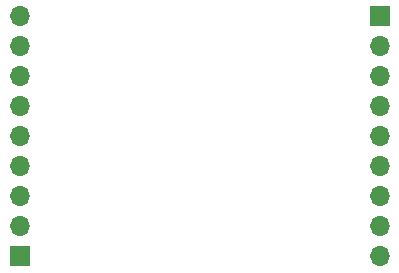
<source format=gbr>
G04 #@! TF.GenerationSoftware,KiCad,Pcbnew,(5.1.5)-3*
G04 #@! TF.CreationDate,2020-03-16T19:41:12-04:00*
G04 #@! TF.ProjectId,BreakoutGPSATGM336H,42726561-6b6f-4757-9447-50534154474d,rev?*
G04 #@! TF.SameCoordinates,Original*
G04 #@! TF.FileFunction,Copper,L2,Bot*
G04 #@! TF.FilePolarity,Positive*
%FSLAX46Y46*%
G04 Gerber Fmt 4.6, Leading zero omitted, Abs format (unit mm)*
G04 Created by KiCad (PCBNEW (5.1.5)-3) date 2020-03-16 19:41:12*
%MOMM*%
%LPD*%
G04 APERTURE LIST*
%ADD10R,1.700000X1.700000*%
%ADD11O,1.700000X1.700000*%
G04 APERTURE END LIST*
D10*
X137160000Y-91440000D03*
D11*
X137160000Y-88900000D03*
X137160000Y-86360000D03*
X137160000Y-83820000D03*
X137160000Y-81280000D03*
X137160000Y-78740000D03*
X137160000Y-76200000D03*
X137160000Y-73660000D03*
X137160000Y-71120000D03*
X167640000Y-91440000D03*
X167640000Y-88900000D03*
X167640000Y-86360000D03*
X167640000Y-83820000D03*
X167640000Y-81280000D03*
X167640000Y-78740000D03*
X167640000Y-76200000D03*
X167640000Y-73660000D03*
D10*
X167640000Y-71120000D03*
M02*

</source>
